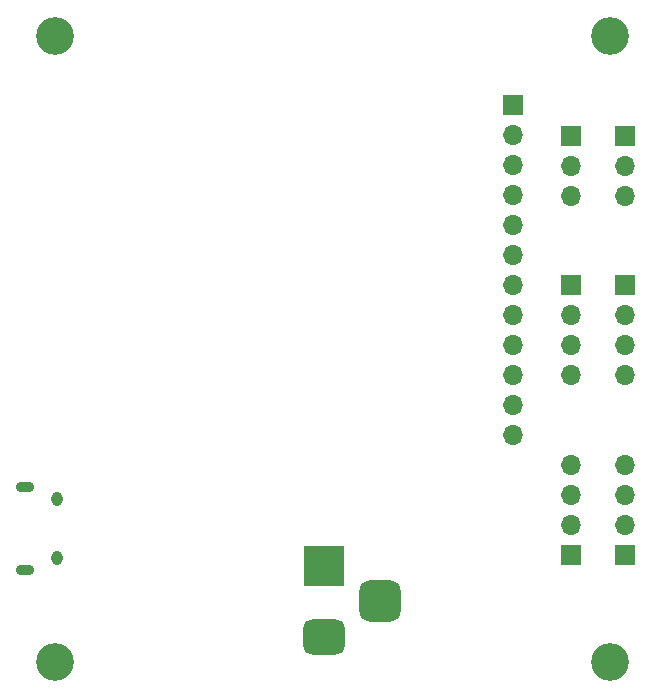
<source format=gbs>
%TF.GenerationSoftware,KiCad,Pcbnew,6.0.4-6f826c9f35~116~ubuntu20.04.1*%
%TF.CreationDate,2022-03-30T04:54:15+01:00*%
%TF.ProjectId,step32,73746570-3332-42e6-9b69-6361645f7063,rev?*%
%TF.SameCoordinates,Original*%
%TF.FileFunction,Soldermask,Bot*%
%TF.FilePolarity,Negative*%
%FSLAX46Y46*%
G04 Gerber Fmt 4.6, Leading zero omitted, Abs format (unit mm)*
G04 Created by KiCad (PCBNEW 6.0.4-6f826c9f35~116~ubuntu20.04.1) date 2022-03-30 04:54:15*
%MOMM*%
%LPD*%
G01*
G04 APERTURE LIST*
G04 Aperture macros list*
%AMRoundRect*
0 Rectangle with rounded corners*
0 $1 Rounding radius*
0 $2 $3 $4 $5 $6 $7 $8 $9 X,Y pos of 4 corners*
0 Add a 4 corners polygon primitive as box body*
4,1,4,$2,$3,$4,$5,$6,$7,$8,$9,$2,$3,0*
0 Add four circle primitives for the rounded corners*
1,1,$1+$1,$2,$3*
1,1,$1+$1,$4,$5*
1,1,$1+$1,$6,$7*
1,1,$1+$1,$8,$9*
0 Add four rect primitives between the rounded corners*
20,1,$1+$1,$2,$3,$4,$5,0*
20,1,$1+$1,$4,$5,$6,$7,0*
20,1,$1+$1,$6,$7,$8,$9,0*
20,1,$1+$1,$8,$9,$2,$3,0*%
G04 Aperture macros list end*
%ADD10C,3.200000*%
%ADD11R,1.700000X1.700000*%
%ADD12O,1.700000X1.700000*%
%ADD13O,1.550000X0.890000*%
%ADD14O,0.950000X1.250000*%
%ADD15R,3.500000X3.500000*%
%ADD16RoundRect,0.750000X1.000000X-0.750000X1.000000X0.750000X-1.000000X0.750000X-1.000000X-0.750000X0*%
%ADD17RoundRect,0.875000X0.875000X-0.875000X0.875000X0.875000X-0.875000X0.875000X-0.875000X-0.875000X0*%
G04 APERTURE END LIST*
D10*
%TO.C,HOLE3*%
X104000000Y-121000000D03*
%TD*%
%TO.C,HOLE4*%
X151000000Y-121000000D03*
%TD*%
%TO.C,HOLE1*%
X104000000Y-68000000D03*
%TD*%
%TO.C,HOLE2*%
X151000000Y-68000000D03*
%TD*%
D11*
%TO.C,J7*%
X147701000Y-112014000D03*
D12*
X147701000Y-109474000D03*
X147701000Y-106934000D03*
X147701000Y-104394000D03*
%TD*%
D11*
%TO.C,J3*%
X147701000Y-76469000D03*
D12*
X147701000Y-79009000D03*
X147701000Y-81549000D03*
%TD*%
D11*
%TO.C,J2*%
X142748000Y-73909000D03*
D12*
X142748000Y-76449000D03*
X142748000Y-78989000D03*
X142748000Y-81529000D03*
X142748000Y-84069000D03*
X142748000Y-86609000D03*
X142748000Y-89149000D03*
X142748000Y-91689000D03*
X142748000Y-94229000D03*
X142748000Y-96769000D03*
X142748000Y-99309000D03*
X142748000Y-101849000D03*
%TD*%
D11*
%TO.C,J4*%
X152273000Y-76469000D03*
D12*
X152273000Y-79009000D03*
X152273000Y-81549000D03*
%TD*%
D11*
%TO.C,J6*%
X152273000Y-89154000D03*
D12*
X152273000Y-91694000D03*
X152273000Y-94234000D03*
X152273000Y-96774000D03*
%TD*%
D11*
%TO.C,J8*%
X152273000Y-112014000D03*
D12*
X152273000Y-109474000D03*
X152273000Y-106934000D03*
X152273000Y-104394000D03*
%TD*%
D13*
%TO.C,J1*%
X101443000Y-113228000D03*
D14*
X104143000Y-112228000D03*
X104143000Y-107228000D03*
D13*
X101443000Y-106228000D03*
%TD*%
D15*
%TO.C,J9*%
X126804500Y-112910250D03*
D16*
X126804500Y-118910250D03*
D17*
X131504500Y-115910250D03*
%TD*%
D11*
%TO.C,J5*%
X147701000Y-89154000D03*
D12*
X147701000Y-91694000D03*
X147701000Y-94234000D03*
X147701000Y-96774000D03*
%TD*%
M02*

</source>
